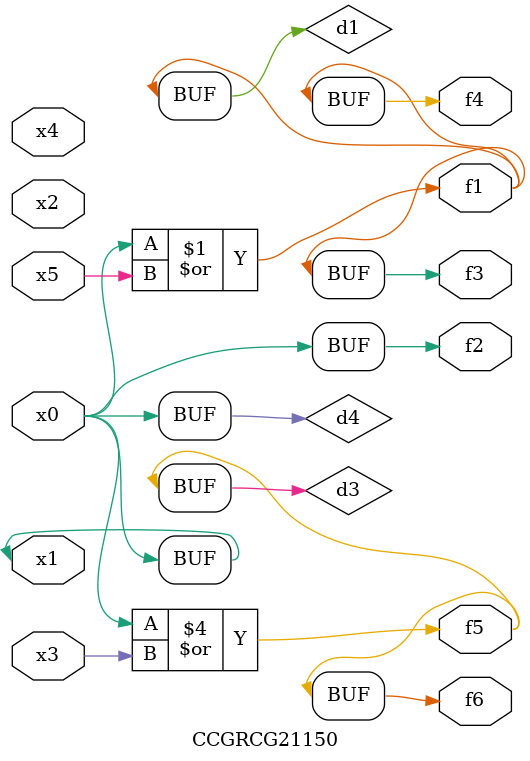
<source format=v>
module CCGRCG21150(
	input x0, x1, x2, x3, x4, x5,
	output f1, f2, f3, f4, f5, f6
);

	wire d1, d2, d3, d4;

	or (d1, x0, x5);
	xnor (d2, x1, x4);
	or (d3, x0, x3);
	buf (d4, x0, x1);
	assign f1 = d1;
	assign f2 = d4;
	assign f3 = d1;
	assign f4 = d1;
	assign f5 = d3;
	assign f6 = d3;
endmodule

</source>
